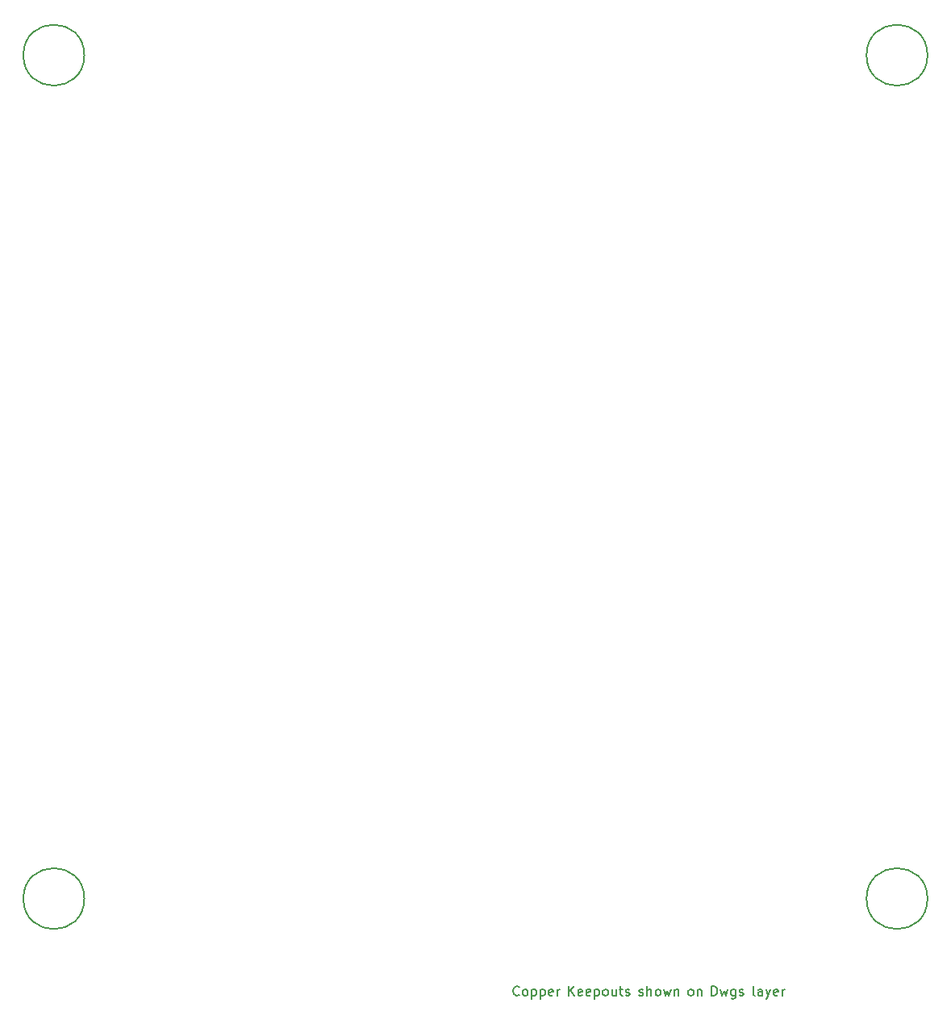
<source format=gbr>
%TF.GenerationSoftware,KiCad,Pcbnew,(7.0.0)*%
%TF.CreationDate,2023-12-08T15:04:05-05:00*%
%TF.ProjectId,Coaster,436f6173-7465-4722-9e6b-696361645f70,rev?*%
%TF.SameCoordinates,Original*%
%TF.FileFunction,Other,Comment*%
%FSLAX46Y46*%
G04 Gerber Fmt 4.6, Leading zero omitted, Abs format (unit mm)*
G04 Created by KiCad (PCBNEW (7.0.0)) date 2023-12-08 15:04:05*
%MOMM*%
%LPD*%
G01*
G04 APERTURE LIST*
%ADD10C,0.150000*%
G04 APERTURE END LIST*
D10*
%TO.C,U2*%
X143244759Y-147742142D02*
X143197140Y-147789761D01*
X143197140Y-147789761D02*
X143054283Y-147837380D01*
X143054283Y-147837380D02*
X142959045Y-147837380D01*
X142959045Y-147837380D02*
X142816188Y-147789761D01*
X142816188Y-147789761D02*
X142720950Y-147694523D01*
X142720950Y-147694523D02*
X142673331Y-147599285D01*
X142673331Y-147599285D02*
X142625712Y-147408809D01*
X142625712Y-147408809D02*
X142625712Y-147265952D01*
X142625712Y-147265952D02*
X142673331Y-147075476D01*
X142673331Y-147075476D02*
X142720950Y-146980238D01*
X142720950Y-146980238D02*
X142816188Y-146885000D01*
X142816188Y-146885000D02*
X142959045Y-146837380D01*
X142959045Y-146837380D02*
X143054283Y-146837380D01*
X143054283Y-146837380D02*
X143197140Y-146885000D01*
X143197140Y-146885000D02*
X143244759Y-146932619D01*
X143816188Y-147837380D02*
X143720950Y-147789761D01*
X143720950Y-147789761D02*
X143673331Y-147742142D01*
X143673331Y-147742142D02*
X143625712Y-147646904D01*
X143625712Y-147646904D02*
X143625712Y-147361190D01*
X143625712Y-147361190D02*
X143673331Y-147265952D01*
X143673331Y-147265952D02*
X143720950Y-147218333D01*
X143720950Y-147218333D02*
X143816188Y-147170714D01*
X143816188Y-147170714D02*
X143959045Y-147170714D01*
X143959045Y-147170714D02*
X144054283Y-147218333D01*
X144054283Y-147218333D02*
X144101902Y-147265952D01*
X144101902Y-147265952D02*
X144149521Y-147361190D01*
X144149521Y-147361190D02*
X144149521Y-147646904D01*
X144149521Y-147646904D02*
X144101902Y-147742142D01*
X144101902Y-147742142D02*
X144054283Y-147789761D01*
X144054283Y-147789761D02*
X143959045Y-147837380D01*
X143959045Y-147837380D02*
X143816188Y-147837380D01*
X144578093Y-147170714D02*
X144578093Y-148170714D01*
X144578093Y-147218333D02*
X144673331Y-147170714D01*
X144673331Y-147170714D02*
X144863807Y-147170714D01*
X144863807Y-147170714D02*
X144959045Y-147218333D01*
X144959045Y-147218333D02*
X145006664Y-147265952D01*
X145006664Y-147265952D02*
X145054283Y-147361190D01*
X145054283Y-147361190D02*
X145054283Y-147646904D01*
X145054283Y-147646904D02*
X145006664Y-147742142D01*
X145006664Y-147742142D02*
X144959045Y-147789761D01*
X144959045Y-147789761D02*
X144863807Y-147837380D01*
X144863807Y-147837380D02*
X144673331Y-147837380D01*
X144673331Y-147837380D02*
X144578093Y-147789761D01*
X145482855Y-147170714D02*
X145482855Y-148170714D01*
X145482855Y-147218333D02*
X145578093Y-147170714D01*
X145578093Y-147170714D02*
X145768569Y-147170714D01*
X145768569Y-147170714D02*
X145863807Y-147218333D01*
X145863807Y-147218333D02*
X145911426Y-147265952D01*
X145911426Y-147265952D02*
X145959045Y-147361190D01*
X145959045Y-147361190D02*
X145959045Y-147646904D01*
X145959045Y-147646904D02*
X145911426Y-147742142D01*
X145911426Y-147742142D02*
X145863807Y-147789761D01*
X145863807Y-147789761D02*
X145768569Y-147837380D01*
X145768569Y-147837380D02*
X145578093Y-147837380D01*
X145578093Y-147837380D02*
X145482855Y-147789761D01*
X146768569Y-147789761D02*
X146673331Y-147837380D01*
X146673331Y-147837380D02*
X146482855Y-147837380D01*
X146482855Y-147837380D02*
X146387617Y-147789761D01*
X146387617Y-147789761D02*
X146339998Y-147694523D01*
X146339998Y-147694523D02*
X146339998Y-147313571D01*
X146339998Y-147313571D02*
X146387617Y-147218333D01*
X146387617Y-147218333D02*
X146482855Y-147170714D01*
X146482855Y-147170714D02*
X146673331Y-147170714D01*
X146673331Y-147170714D02*
X146768569Y-147218333D01*
X146768569Y-147218333D02*
X146816188Y-147313571D01*
X146816188Y-147313571D02*
X146816188Y-147408809D01*
X146816188Y-147408809D02*
X146339998Y-147504047D01*
X147244760Y-147837380D02*
X147244760Y-147170714D01*
X147244760Y-147361190D02*
X147292379Y-147265952D01*
X147292379Y-147265952D02*
X147339998Y-147218333D01*
X147339998Y-147218333D02*
X147435236Y-147170714D01*
X147435236Y-147170714D02*
X147530474Y-147170714D01*
X148463808Y-147837380D02*
X148463808Y-146837380D01*
X149035236Y-147837380D02*
X148606665Y-147265952D01*
X149035236Y-146837380D02*
X148463808Y-147408809D01*
X149844760Y-147789761D02*
X149749522Y-147837380D01*
X149749522Y-147837380D02*
X149559046Y-147837380D01*
X149559046Y-147837380D02*
X149463808Y-147789761D01*
X149463808Y-147789761D02*
X149416189Y-147694523D01*
X149416189Y-147694523D02*
X149416189Y-147313571D01*
X149416189Y-147313571D02*
X149463808Y-147218333D01*
X149463808Y-147218333D02*
X149559046Y-147170714D01*
X149559046Y-147170714D02*
X149749522Y-147170714D01*
X149749522Y-147170714D02*
X149844760Y-147218333D01*
X149844760Y-147218333D02*
X149892379Y-147313571D01*
X149892379Y-147313571D02*
X149892379Y-147408809D01*
X149892379Y-147408809D02*
X149416189Y-147504047D01*
X150701903Y-147789761D02*
X150606665Y-147837380D01*
X150606665Y-147837380D02*
X150416189Y-147837380D01*
X150416189Y-147837380D02*
X150320951Y-147789761D01*
X150320951Y-147789761D02*
X150273332Y-147694523D01*
X150273332Y-147694523D02*
X150273332Y-147313571D01*
X150273332Y-147313571D02*
X150320951Y-147218333D01*
X150320951Y-147218333D02*
X150416189Y-147170714D01*
X150416189Y-147170714D02*
X150606665Y-147170714D01*
X150606665Y-147170714D02*
X150701903Y-147218333D01*
X150701903Y-147218333D02*
X150749522Y-147313571D01*
X150749522Y-147313571D02*
X150749522Y-147408809D01*
X150749522Y-147408809D02*
X150273332Y-147504047D01*
X151178094Y-147170714D02*
X151178094Y-148170714D01*
X151178094Y-147218333D02*
X151273332Y-147170714D01*
X151273332Y-147170714D02*
X151463808Y-147170714D01*
X151463808Y-147170714D02*
X151559046Y-147218333D01*
X151559046Y-147218333D02*
X151606665Y-147265952D01*
X151606665Y-147265952D02*
X151654284Y-147361190D01*
X151654284Y-147361190D02*
X151654284Y-147646904D01*
X151654284Y-147646904D02*
X151606665Y-147742142D01*
X151606665Y-147742142D02*
X151559046Y-147789761D01*
X151559046Y-147789761D02*
X151463808Y-147837380D01*
X151463808Y-147837380D02*
X151273332Y-147837380D01*
X151273332Y-147837380D02*
X151178094Y-147789761D01*
X152225713Y-147837380D02*
X152130475Y-147789761D01*
X152130475Y-147789761D02*
X152082856Y-147742142D01*
X152082856Y-147742142D02*
X152035237Y-147646904D01*
X152035237Y-147646904D02*
X152035237Y-147361190D01*
X152035237Y-147361190D02*
X152082856Y-147265952D01*
X152082856Y-147265952D02*
X152130475Y-147218333D01*
X152130475Y-147218333D02*
X152225713Y-147170714D01*
X152225713Y-147170714D02*
X152368570Y-147170714D01*
X152368570Y-147170714D02*
X152463808Y-147218333D01*
X152463808Y-147218333D02*
X152511427Y-147265952D01*
X152511427Y-147265952D02*
X152559046Y-147361190D01*
X152559046Y-147361190D02*
X152559046Y-147646904D01*
X152559046Y-147646904D02*
X152511427Y-147742142D01*
X152511427Y-147742142D02*
X152463808Y-147789761D01*
X152463808Y-147789761D02*
X152368570Y-147837380D01*
X152368570Y-147837380D02*
X152225713Y-147837380D01*
X153416189Y-147170714D02*
X153416189Y-147837380D01*
X152987618Y-147170714D02*
X152987618Y-147694523D01*
X152987618Y-147694523D02*
X153035237Y-147789761D01*
X153035237Y-147789761D02*
X153130475Y-147837380D01*
X153130475Y-147837380D02*
X153273332Y-147837380D01*
X153273332Y-147837380D02*
X153368570Y-147789761D01*
X153368570Y-147789761D02*
X153416189Y-147742142D01*
X153749523Y-147170714D02*
X154130475Y-147170714D01*
X153892380Y-146837380D02*
X153892380Y-147694523D01*
X153892380Y-147694523D02*
X153939999Y-147789761D01*
X153939999Y-147789761D02*
X154035237Y-147837380D01*
X154035237Y-147837380D02*
X154130475Y-147837380D01*
X154416190Y-147789761D02*
X154511428Y-147837380D01*
X154511428Y-147837380D02*
X154701904Y-147837380D01*
X154701904Y-147837380D02*
X154797142Y-147789761D01*
X154797142Y-147789761D02*
X154844761Y-147694523D01*
X154844761Y-147694523D02*
X154844761Y-147646904D01*
X154844761Y-147646904D02*
X154797142Y-147551666D01*
X154797142Y-147551666D02*
X154701904Y-147504047D01*
X154701904Y-147504047D02*
X154559047Y-147504047D01*
X154559047Y-147504047D02*
X154463809Y-147456428D01*
X154463809Y-147456428D02*
X154416190Y-147361190D01*
X154416190Y-147361190D02*
X154416190Y-147313571D01*
X154416190Y-147313571D02*
X154463809Y-147218333D01*
X154463809Y-147218333D02*
X154559047Y-147170714D01*
X154559047Y-147170714D02*
X154701904Y-147170714D01*
X154701904Y-147170714D02*
X154797142Y-147218333D01*
X155825714Y-147789761D02*
X155920952Y-147837380D01*
X155920952Y-147837380D02*
X156111428Y-147837380D01*
X156111428Y-147837380D02*
X156206666Y-147789761D01*
X156206666Y-147789761D02*
X156254285Y-147694523D01*
X156254285Y-147694523D02*
X156254285Y-147646904D01*
X156254285Y-147646904D02*
X156206666Y-147551666D01*
X156206666Y-147551666D02*
X156111428Y-147504047D01*
X156111428Y-147504047D02*
X155968571Y-147504047D01*
X155968571Y-147504047D02*
X155873333Y-147456428D01*
X155873333Y-147456428D02*
X155825714Y-147361190D01*
X155825714Y-147361190D02*
X155825714Y-147313571D01*
X155825714Y-147313571D02*
X155873333Y-147218333D01*
X155873333Y-147218333D02*
X155968571Y-147170714D01*
X155968571Y-147170714D02*
X156111428Y-147170714D01*
X156111428Y-147170714D02*
X156206666Y-147218333D01*
X156682857Y-147837380D02*
X156682857Y-146837380D01*
X157111428Y-147837380D02*
X157111428Y-147313571D01*
X157111428Y-147313571D02*
X157063809Y-147218333D01*
X157063809Y-147218333D02*
X156968571Y-147170714D01*
X156968571Y-147170714D02*
X156825714Y-147170714D01*
X156825714Y-147170714D02*
X156730476Y-147218333D01*
X156730476Y-147218333D02*
X156682857Y-147265952D01*
X157730476Y-147837380D02*
X157635238Y-147789761D01*
X157635238Y-147789761D02*
X157587619Y-147742142D01*
X157587619Y-147742142D02*
X157540000Y-147646904D01*
X157540000Y-147646904D02*
X157540000Y-147361190D01*
X157540000Y-147361190D02*
X157587619Y-147265952D01*
X157587619Y-147265952D02*
X157635238Y-147218333D01*
X157635238Y-147218333D02*
X157730476Y-147170714D01*
X157730476Y-147170714D02*
X157873333Y-147170714D01*
X157873333Y-147170714D02*
X157968571Y-147218333D01*
X157968571Y-147218333D02*
X158016190Y-147265952D01*
X158016190Y-147265952D02*
X158063809Y-147361190D01*
X158063809Y-147361190D02*
X158063809Y-147646904D01*
X158063809Y-147646904D02*
X158016190Y-147742142D01*
X158016190Y-147742142D02*
X157968571Y-147789761D01*
X157968571Y-147789761D02*
X157873333Y-147837380D01*
X157873333Y-147837380D02*
X157730476Y-147837380D01*
X158397143Y-147170714D02*
X158587619Y-147837380D01*
X158587619Y-147837380D02*
X158778095Y-147361190D01*
X158778095Y-147361190D02*
X158968571Y-147837380D01*
X158968571Y-147837380D02*
X159159047Y-147170714D01*
X159540000Y-147170714D02*
X159540000Y-147837380D01*
X159540000Y-147265952D02*
X159587619Y-147218333D01*
X159587619Y-147218333D02*
X159682857Y-147170714D01*
X159682857Y-147170714D02*
X159825714Y-147170714D01*
X159825714Y-147170714D02*
X159920952Y-147218333D01*
X159920952Y-147218333D02*
X159968571Y-147313571D01*
X159968571Y-147313571D02*
X159968571Y-147837380D01*
X161187619Y-147837380D02*
X161092381Y-147789761D01*
X161092381Y-147789761D02*
X161044762Y-147742142D01*
X161044762Y-147742142D02*
X160997143Y-147646904D01*
X160997143Y-147646904D02*
X160997143Y-147361190D01*
X160997143Y-147361190D02*
X161044762Y-147265952D01*
X161044762Y-147265952D02*
X161092381Y-147218333D01*
X161092381Y-147218333D02*
X161187619Y-147170714D01*
X161187619Y-147170714D02*
X161330476Y-147170714D01*
X161330476Y-147170714D02*
X161425714Y-147218333D01*
X161425714Y-147218333D02*
X161473333Y-147265952D01*
X161473333Y-147265952D02*
X161520952Y-147361190D01*
X161520952Y-147361190D02*
X161520952Y-147646904D01*
X161520952Y-147646904D02*
X161473333Y-147742142D01*
X161473333Y-147742142D02*
X161425714Y-147789761D01*
X161425714Y-147789761D02*
X161330476Y-147837380D01*
X161330476Y-147837380D02*
X161187619Y-147837380D01*
X161949524Y-147170714D02*
X161949524Y-147837380D01*
X161949524Y-147265952D02*
X161997143Y-147218333D01*
X161997143Y-147218333D02*
X162092381Y-147170714D01*
X162092381Y-147170714D02*
X162235238Y-147170714D01*
X162235238Y-147170714D02*
X162330476Y-147218333D01*
X162330476Y-147218333D02*
X162378095Y-147313571D01*
X162378095Y-147313571D02*
X162378095Y-147837380D01*
X163454286Y-147837380D02*
X163454286Y-146837380D01*
X163454286Y-146837380D02*
X163692381Y-146837380D01*
X163692381Y-146837380D02*
X163835238Y-146885000D01*
X163835238Y-146885000D02*
X163930476Y-146980238D01*
X163930476Y-146980238D02*
X163978095Y-147075476D01*
X163978095Y-147075476D02*
X164025714Y-147265952D01*
X164025714Y-147265952D02*
X164025714Y-147408809D01*
X164025714Y-147408809D02*
X163978095Y-147599285D01*
X163978095Y-147599285D02*
X163930476Y-147694523D01*
X163930476Y-147694523D02*
X163835238Y-147789761D01*
X163835238Y-147789761D02*
X163692381Y-147837380D01*
X163692381Y-147837380D02*
X163454286Y-147837380D01*
X164359048Y-147170714D02*
X164549524Y-147837380D01*
X164549524Y-147837380D02*
X164740000Y-147361190D01*
X164740000Y-147361190D02*
X164930476Y-147837380D01*
X164930476Y-147837380D02*
X165120952Y-147170714D01*
X165930476Y-147170714D02*
X165930476Y-147980238D01*
X165930476Y-147980238D02*
X165882857Y-148075476D01*
X165882857Y-148075476D02*
X165835238Y-148123095D01*
X165835238Y-148123095D02*
X165740000Y-148170714D01*
X165740000Y-148170714D02*
X165597143Y-148170714D01*
X165597143Y-148170714D02*
X165501905Y-148123095D01*
X165930476Y-147789761D02*
X165835238Y-147837380D01*
X165835238Y-147837380D02*
X165644762Y-147837380D01*
X165644762Y-147837380D02*
X165549524Y-147789761D01*
X165549524Y-147789761D02*
X165501905Y-147742142D01*
X165501905Y-147742142D02*
X165454286Y-147646904D01*
X165454286Y-147646904D02*
X165454286Y-147361190D01*
X165454286Y-147361190D02*
X165501905Y-147265952D01*
X165501905Y-147265952D02*
X165549524Y-147218333D01*
X165549524Y-147218333D02*
X165644762Y-147170714D01*
X165644762Y-147170714D02*
X165835238Y-147170714D01*
X165835238Y-147170714D02*
X165930476Y-147218333D01*
X166359048Y-147789761D02*
X166454286Y-147837380D01*
X166454286Y-147837380D02*
X166644762Y-147837380D01*
X166644762Y-147837380D02*
X166740000Y-147789761D01*
X166740000Y-147789761D02*
X166787619Y-147694523D01*
X166787619Y-147694523D02*
X166787619Y-147646904D01*
X166787619Y-147646904D02*
X166740000Y-147551666D01*
X166740000Y-147551666D02*
X166644762Y-147504047D01*
X166644762Y-147504047D02*
X166501905Y-147504047D01*
X166501905Y-147504047D02*
X166406667Y-147456428D01*
X166406667Y-147456428D02*
X166359048Y-147361190D01*
X166359048Y-147361190D02*
X166359048Y-147313571D01*
X166359048Y-147313571D02*
X166406667Y-147218333D01*
X166406667Y-147218333D02*
X166501905Y-147170714D01*
X166501905Y-147170714D02*
X166644762Y-147170714D01*
X166644762Y-147170714D02*
X166740000Y-147218333D01*
X167959048Y-147837380D02*
X167863810Y-147789761D01*
X167863810Y-147789761D02*
X167816191Y-147694523D01*
X167816191Y-147694523D02*
X167816191Y-146837380D01*
X168768572Y-147837380D02*
X168768572Y-147313571D01*
X168768572Y-147313571D02*
X168720953Y-147218333D01*
X168720953Y-147218333D02*
X168625715Y-147170714D01*
X168625715Y-147170714D02*
X168435239Y-147170714D01*
X168435239Y-147170714D02*
X168340001Y-147218333D01*
X168768572Y-147789761D02*
X168673334Y-147837380D01*
X168673334Y-147837380D02*
X168435239Y-147837380D01*
X168435239Y-147837380D02*
X168340001Y-147789761D01*
X168340001Y-147789761D02*
X168292382Y-147694523D01*
X168292382Y-147694523D02*
X168292382Y-147599285D01*
X168292382Y-147599285D02*
X168340001Y-147504047D01*
X168340001Y-147504047D02*
X168435239Y-147456428D01*
X168435239Y-147456428D02*
X168673334Y-147456428D01*
X168673334Y-147456428D02*
X168768572Y-147408809D01*
X169149525Y-147170714D02*
X169387620Y-147837380D01*
X169625715Y-147170714D02*
X169387620Y-147837380D01*
X169387620Y-147837380D02*
X169292382Y-148075476D01*
X169292382Y-148075476D02*
X169244763Y-148123095D01*
X169244763Y-148123095D02*
X169149525Y-148170714D01*
X170387620Y-147789761D02*
X170292382Y-147837380D01*
X170292382Y-147837380D02*
X170101906Y-147837380D01*
X170101906Y-147837380D02*
X170006668Y-147789761D01*
X170006668Y-147789761D02*
X169959049Y-147694523D01*
X169959049Y-147694523D02*
X169959049Y-147313571D01*
X169959049Y-147313571D02*
X170006668Y-147218333D01*
X170006668Y-147218333D02*
X170101906Y-147170714D01*
X170101906Y-147170714D02*
X170292382Y-147170714D01*
X170292382Y-147170714D02*
X170387620Y-147218333D01*
X170387620Y-147218333D02*
X170435239Y-147313571D01*
X170435239Y-147313571D02*
X170435239Y-147408809D01*
X170435239Y-147408809D02*
X169959049Y-147504047D01*
X170863811Y-147837380D02*
X170863811Y-147170714D01*
X170863811Y-147361190D02*
X170911430Y-147265952D01*
X170911430Y-147265952D02*
X170959049Y-147218333D01*
X170959049Y-147218333D02*
X171054287Y-147170714D01*
X171054287Y-147170714D02*
X171149525Y-147170714D01*
%TO.C,H4*%
X186099933Y-49150555D02*
G75*
G03*
X186099933Y-49150555I-3200000J0D01*
G01*
%TO.C,H3*%
X186099933Y-137650555D02*
G75*
G03*
X186099933Y-137650555I-3200000J0D01*
G01*
%TO.C,H2*%
X97599933Y-137650555D02*
G75*
G03*
X97599933Y-137650555I-3200000J0D01*
G01*
%TO.C,H1*%
X97599933Y-49150555D02*
G75*
G03*
X97599933Y-49150555I-3200000J0D01*
G01*
%TD*%
M02*

</source>
